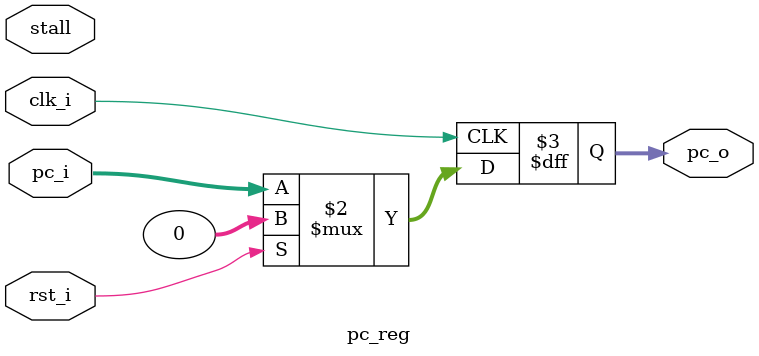
<source format=v>

module pc_reg(
		input clk_i,
		input rst_i,
		input stall,
		input [31:0] pc_i,
	        output reg [31:0] pc_o); 

	always @(posedge clk_i) begin
		pc_o <= ((rst_i)? (32'h00000000): pc_i);
	end	
endmodule 

</source>
